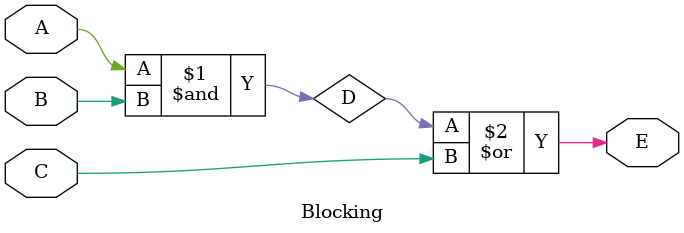
<source format=v>

module Blocking (
 input A,
 input B,
 input C,
 output E
);
 
 //Blocking example
 
 wire D; 
 
 assign D=A&B;
 assign E=D|C;
endmodule


</source>
